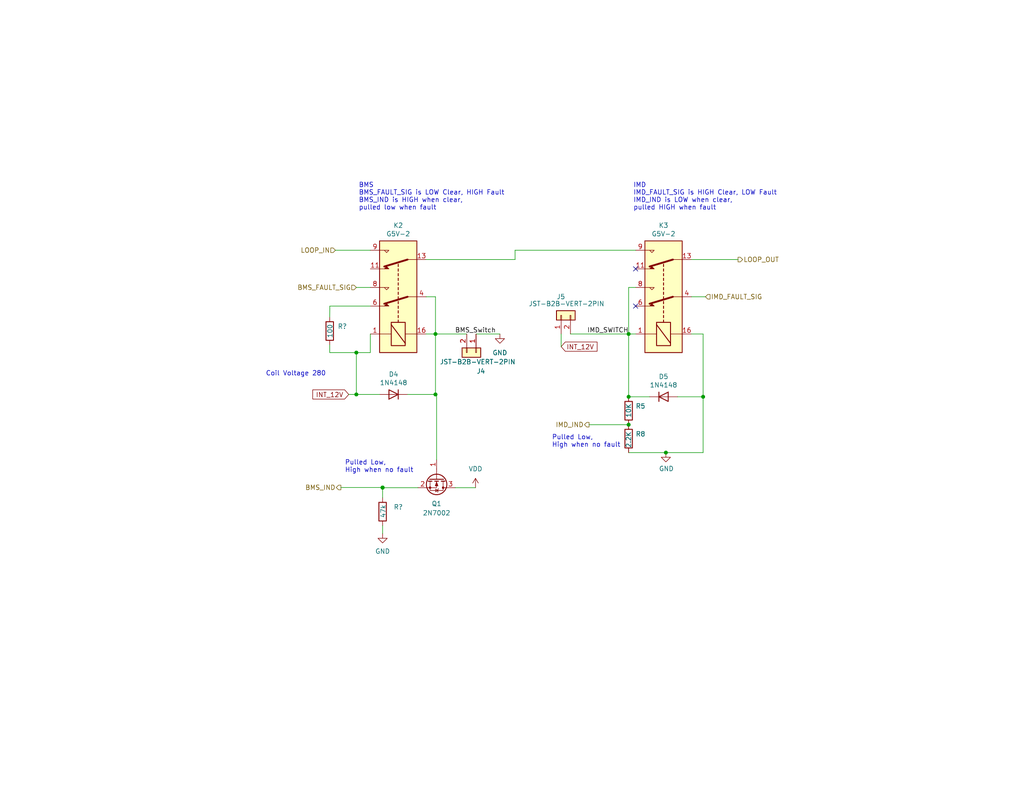
<source format=kicad_sch>
(kicad_sch (version 20211123) (generator eeschema)
  (paper "A")
  (lib_symbols
    (symbol "Connector_Generic:Conn_01x02" (pin_names (offset 1.016) hide)
      (property "Reference" "J" (at 0 2.54 0))
      (property "Value" "Conn_01x02" (at 0 -5.08 0))
      (symbol "Conn_01x02_1_1"
        (rectangle (start -1.27 -2.413) (end 0 -2.667) (stroke (width 0.1524)))
        (rectangle (start -1.27 0.127) (end 0 -0.127) (stroke (width 0.1524)))
        (rectangle (start -1.27 1.27) (end 1.27 -3.81) (stroke (width 0.254)) (fill (type background)))
        (pin passive line (at -5.08 0 0) (length 3.81) (name "Pin_1") (number "1"))
        (pin passive line (at -5.08 -2.54 0) (length 3.81) (name "Pin_2") (number "2"))
      )
    )
    (symbol "Device:R" (pin_numbers hide) (pin_names (offset 0))
      (property "Reference" "R" (at 2.032 0 90))
      (property "Value" "R" (at 0 0 90))
      (symbol "R_0_1"
        (rectangle (start -1.016 -2.54) (end 1.016 2.54) (stroke (width 0.254)))
      )
      (symbol "R_1_1"
        (pin passive line (at 0 3.81 270) (length 1.27) (name "~") (number "1"))
        (pin passive line (at 0 -3.81 90) (length 1.27) (name "~") (number "2"))
      )
    )
    (symbol "Diode:1N4148" (pin_numbers hide) (pin_names (offset 1.016) hide)
      (property "Reference" "D" (at 0 2.54 0))
      (property "Value" "1N4148" (at 0 -2.54 0))
      (symbol "1N4148_0_1"
        (polyline (pts (xy -1.27 1.27) (xy -1.27 -1.27)) (stroke (width 0.254)))
        (polyline (pts (xy 1.27 0) (xy -1.27 0)))
        (polyline (pts (xy 1.27 1.27) (xy 1.27 -1.27) (xy -1.27 0) (xy 1.27 1.27)) (stroke (width 0.254)))
      )
      (symbol "1N4148_1_1"
        (pin passive line (at -3.81 0 0) (length 2.54) (name "K") (number "1"))
        (pin passive line (at 3.81 0 180) (length 2.54) (name "A") (number "2"))
      )
    )
    (symbol "Relay:G5V-2"
      (property "Reference" "K" (at 16.51 3.81 0))
      (property "Value" "G5V-2" (at 16.51 1.27 0))
      (symbol "G5V-2_0_1"
        (rectangle (start -15.24 5.08) (end 15.24 -5.08) (stroke (width 0.254)) (fill (type background)))
        (rectangle (start -13.335 1.905) (end -6.985 -1.905) (stroke (width 0.254)))
        (polyline (pts (xy -12.7 -1.905) (xy -7.62 1.905)) (stroke (width 0.254)))
        (polyline (pts (xy -10.16 -5.08) (xy -10.16 -1.905)))
        (polyline (pts (xy -10.16 5.08) (xy -10.16 1.905)))
        (polyline (pts (xy -6.985 0) (xy -6.35 0)) (stroke (width 0.254)))
        (polyline (pts (xy -5.715 0) (xy -5.08 0)) (stroke (width 0.254)))
        (polyline (pts (xy -4.445 0) (xy -3.81 0)) (stroke (width 0.254)))
        (polyline (pts (xy -3.175 0) (xy -2.54 0)) (stroke (width 0.254)))
        (polyline (pts (xy -1.905 0) (xy -1.27 0)) (stroke (width 0.254)))
        (polyline (pts (xy -0.635 0) (xy 0 0)) (stroke (width 0.254)))
        (polyline (pts (xy 0 -2.54) (xy -1.905 3.81)) (stroke (width 0.508)))
        (polyline (pts (xy 0 -2.54) (xy 0 -5.08)))
        (polyline (pts (xy 0.635 0) (xy 1.27 0)) (stroke (width 0.254)))
        (polyline (pts (xy 1.905 0) (xy 2.54 0)) (stroke (width 0.254)))
        (polyline (pts (xy 3.175 0) (xy 3.81 0)) (stroke (width 0.254)))
        (polyline (pts (xy 4.445 0) (xy 5.08 0)) (stroke (width 0.254)))
        (polyline (pts (xy 5.715 0) (xy 6.35 0)) (stroke (width 0.254)))
        (polyline (pts (xy 6.985 0) (xy 7.62 0)) (stroke (width 0.254)))
        (polyline (pts (xy 8.255 0) (xy 8.89 0)) (stroke (width 0.254)))
        (polyline (pts (xy 10.16 -2.54) (xy 8.255 3.81)) (stroke (width 0.508)))
        (polyline (pts (xy 10.16 -2.54) (xy 10.16 -5.08)))
        (polyline (pts (xy -2.54 5.08) (xy -2.54 2.54) (xy -1.905 3.175) (xy -2.54 3.81)) (fill (type outline)))
        (polyline (pts (xy 2.54 5.08) (xy 2.54 2.54) (xy 1.905 3.175) (xy 2.54 3.81)))
        (polyline (pts (xy 7.62 5.08) (xy 7.62 2.54) (xy 8.255 3.175) (xy 7.62 3.81)) (fill (type outline)))
        (polyline (pts (xy 12.7 5.08) (xy 12.7 2.54) (xy 12.065 3.175) (xy 12.7 3.81)))
      )
      (symbol "G5V-2_1_1"
        (pin passive line (at -10.16 7.62 270) (length 2.54) (name "~") (number "1"))
        (pin passive line (at 7.62 7.62 270) (length 2.54) (name "~") (number "11"))
        (pin passive line (at 10.16 -7.62 90) (length 2.54) (name "~") (number "13"))
        (pin passive line (at -10.16 -7.62 90) (length 2.54) (name "~") (number "16"))
        (pin passive line (at 0 -7.62 90) (length 2.54) (name "~") (number "4"))
        (pin passive line (at -2.54 7.62 270) (length 2.54) (name "~") (number "6"))
        (pin passive line (at 2.54 7.62 270) (length 2.54) (name "~") (number "8"))
        (pin passive line (at 12.7 7.62 270) (length 2.54) (name "~") (number "9"))
      )
    )
    (symbol "Transistor_FET:2N7002" (pin_names hide)
      (property "Reference" "Q" (at 5.08 1.905 0))
      (property "Value" "2N7002" (at 5.08 0 0))
      (symbol "2N7002_0_1"
        (polyline (pts (xy 0.254 0) (xy -2.54 0)))
        (polyline (pts (xy 0.254 1.905) (xy 0.254 -1.905)) (stroke (width 0.254)))
        (polyline (pts (xy 0.762 -1.27) (xy 0.762 -2.286)) (stroke (width 0.254)))
        (polyline (pts (xy 0.762 0.508) (xy 0.762 -0.508)) (stroke (width 0.254)))
        (polyline (pts (xy 0.762 2.286) (xy 0.762 1.27)) (stroke (width 0.254)))
        (polyline (pts (xy 2.54 2.54) (xy 2.54 1.778)))
        (polyline (pts (xy 2.54 -2.54) (xy 2.54 0) (xy 0.762 0)))
        (polyline (pts (xy 0.762 -1.778) (xy 3.302 -1.778) (xy 3.302 1.778) (xy 0.762 1.778)))
        (polyline (pts (xy 1.016 0) (xy 2.032 0.381) (xy 2.032 -0.381) (xy 1.016 0)) (fill (type outline)))
        (polyline (pts (xy 2.794 0.508) (xy 2.921 0.381) (xy 3.683 0.381) (xy 3.81 0.254)))
        (polyline (pts (xy 3.302 0.381) (xy 2.921 -0.254) (xy 3.683 -0.254) (xy 3.302 0.381)))
        (circle (center 1.651 0) (radius 2.794) (stroke (width 0.254)))
        (circle (center 2.54 -1.778) (radius 0.254) (fill (type outline)))
        (circle (center 2.54 1.778) (radius 0.254) (fill (type outline)))
      )
      (symbol "2N7002_1_1"
        (pin input line (at -5.08 0 0) (length 2.54) (name "G") (number "1"))
        (pin passive line (at 2.54 -5.08 90) (length 2.54) (name "S") (number "2"))
        (pin passive line (at 2.54 5.08 270) (length 2.54) (name "D") (number "3"))
      )
    )
    (symbol "power:GND" (power) (pin_names (offset 0))
      (property "Value" "GND" (at 0 -3.81 0))
      (symbol "GND_0_1"
        (polyline (pts (xy 0 0) (xy 0 -1.27) (xy 1.27 -1.27) (xy 0 -2.54) (xy -1.27 -1.27) (xy 0 -1.27)))
      )
      (symbol "GND_1_1"
        (pin power_in line (at 0 0 270) (length 0) hide (name "GND") (number "1"))
      )
    )
    (symbol "power:VDD" (power) (pin_names (offset 0))
      (property "Value" "VDD" (at 0 3.81 0))
      (symbol "VDD_0_1"
        (polyline (pts (xy -0.762 1.27) (xy 0 2.54)))
        (polyline (pts (xy 0 0) (xy 0 2.54)))
        (polyline (pts (xy 0 2.54) (xy 0.762 1.27)))
      )
      (symbol "VDD_1_1"
        (pin power_in line (at 0 0 90) (length 0) hide (name "VDD") (number "1"))
      )
    )
  )
  (junction (at 171.5262 115.951))
  (junction (at 104.394 133.096))
  (junction (at 181.6862 123.571))
  (junction (at 118.8212 107.696))
  (junction (at 171.5262 91.186))
  (junction (at 118.8212 91.186))
  (junction (at 171.5262 108.331))
  (junction (at 97.2312 96.266))
  (junction (at 97.2312 107.696))
  (junction (at 191.8462 108.331))
  (junction (at 104.394 133.1468))
  (no_connect (at 173.4312 83.566))
  (no_connect (at 173.4312 73.406))
  (wire (pts (xy 129.8956 91.186) (xy 136.398 91.186)))
  (wire (pts (xy 97.2312 96.266) (xy 101.0412 96.266)))
  (wire (pts (xy 191.8462 108.331) (xy 191.8462 91.186)))
  (wire (pts (xy 116.2812 91.186) (xy 118.8212 91.186)))
  (wire (pts (xy 118.8212 107.696) (xy 119.126 107.696)))
  (wire (pts (xy 201.3712 70.866) (xy 188.6712 70.866)))
  (wire (pts (xy 116.2812 81.026) (xy 118.8212 81.026)))
  (wire (pts (xy 111.2012 107.696) (xy 118.8212 107.696)))
  (wire (pts (xy 171.5262 123.571) (xy 181.6862 123.571)))
  (wire (pts (xy 153.1112 94.6404) (xy 153.1112 91.186)))
  (wire (pts (xy 97.2312 78.486) (xy 101.0412 78.486)))
  (wire (pts (xy 89.9922 83.566) (xy 89.9668 86.5632)))
  (wire (pts (xy 191.8462 91.186) (xy 188.6712 91.186)))
  (wire (pts (xy 97.2312 96.266) (xy 97.2312 107.696)))
  (wire (pts (xy 140.5382 68.326) (xy 173.4312 68.326)))
  (wire (pts (xy 89.9668 94.1832) (xy 89.9668 96.266)))
  (wire (pts (xy 171.5262 78.486) (xy 171.5262 91.186)))
  (wire (pts (xy 171.5262 108.331) (xy 171.5262 91.186)))
  (wire (pts (xy 91.5162 68.326) (xy 101.0412 68.326)))
  (wire (pts (xy 89.9668 96.266) (xy 97.2312 96.266)))
  (wire (pts (xy 191.8462 108.331) (xy 191.8462 123.571)))
  (wire (pts (xy 155.6512 91.186) (xy 171.5262 91.186)))
  (wire (pts (xy 104.394 133.1468) (xy 104.394 135.89)))
  (wire (pts (xy 118.8212 81.026) (xy 118.8212 91.186)))
  (wire (pts (xy 171.5262 91.186) (xy 173.4312 91.186)))
  (wire (pts (xy 116.2812 70.866) (xy 140.5382 70.866)))
  (wire (pts (xy 104.394 133.096) (xy 104.394 133.1468)))
  (wire (pts (xy 160.7312 115.951) (xy 171.5262 115.951)))
  (wire (pts (xy 192.4812 81.026) (xy 188.6712 81.026)))
  (wire (pts (xy 119.126 125.5268) (xy 119.126 107.696)))
  (wire (pts (xy 95.1484 107.696) (xy 97.2312 107.696)))
  (wire (pts (xy 181.6862 123.571) (xy 191.8462 123.571)))
  (wire (pts (xy 118.8212 91.186) (xy 118.8212 107.696)))
  (wire (pts (xy 104.394 145.6944) (xy 104.394 143.51)))
  (wire (pts (xy 101.0412 91.186) (xy 101.0412 96.266)))
  (wire (pts (xy 177.2412 108.331) (xy 171.5262 108.331)))
  (wire (pts (xy 89.9922 83.566) (xy 101.0412 83.566)))
  (wire (pts (xy 114.046 133.1468) (xy 104.394 133.1468)))
  (wire (pts (xy 184.8612 108.331) (xy 191.8462 108.331)))
  (wire (pts (xy 129.7432 133.1468) (xy 124.206 133.1468)))
  (wire (pts (xy 140.5382 70.866) (xy 140.5382 68.326)))
  (wire (pts (xy 118.8212 91.186) (xy 127.3556 91.186)))
  (wire (pts (xy 93.0148 133.096) (xy 104.394 133.096)))
  (wire (pts (xy 173.4312 78.486) (xy 171.5262 78.486)))
  (wire (pts (xy 103.5812 107.696) (xy 97.2312 107.696)))
  (text "Coil Voltage 280" (at 72.4916 102.8192 0) (effects (font (size 1.27 1.27)) (justify left bottom)))
  (text "IMD\nIMD_FAULT_SIG is HIGH Clear, LOW Fault\nIMD_IND is LOW when clear, \npulled HIGH when fault" (at 172.7962 57.531 0) (effects (font (size 1.27 1.27)) (justify left bottom)))
  (text "Pulled Low, \nHigh when no fault" (at 94.0816 129.1844 0) (effects (font (size 1.27 1.27)) (justify left bottom)))
  (text "Pulled Low, \nHigh when no fault" (at 150.5712 122.301 0) (effects (font (size 1.27 1.27)) (justify left bottom)))
  (text "BMS\nBMS_FAULT_SIG is LOW Clear, HIGH Fault\nBMS_IND is HIGH when clear, \npulled low when fault" (at 97.8662 57.531 0) (effects (font (size 1.27 1.27)) (justify left bottom)))
  (label "BMS_Switch" (at 135.3312 91.186 180))
  (label "IMD_SWITCH" (at 171.5262 91.186 180))
  (global_label "INT_12V" (shape input) (at 153.1112 94.6404 0) (property "Intersheet References" "${INTERSHEET_REFS}" (effects hide)))
  (global_label "INT_12V" (shape input) (at 95.1484 107.696 180) (property "Intersheet References" "${INTERSHEET_REFS}" (effects hide)))
  (hierarchical_label "IMD_FAULT_SIG" (shape input) (at 192.4812 81.026 0))
  (hierarchical_label "LOOP_IN" (shape input) (at 91.5162 68.326 180))
  (hierarchical_label "BMS_FAULT_SIG" (shape input) (at 97.2312 78.486 180))
  (hierarchical_label "LOOP_OUT" (shape output) (at 201.3712 70.866 0))
  (hierarchical_label "IMD_IND" (shape output) (at 160.7312 115.951 180))
  (hierarchical_label "BMS_IND" (shape output) (at 93.0148 133.096 180))
  (symbol (lib_id "Relay:G5V-2") (at 108.6612 81.026 90) (unit 1)
    (property "Reference" "K2" (at 108.6612 61.5442 90))
    (property "Value" "G5V-2" (at 108.6612 63.8556 90))
    (property "Footprint" "Relay_THT:Relay_DPDT_Omron_G5V-2" (effects hide))
    (property "Datasheet" "http://omronfs.omron.com/en_US/ecb/products/pdf/en-g5v_2.pdf" (effects hide))
  )
  (symbol (lib_id "Relay:G5V-2") (at 181.0512 81.026 90) (unit 1)
    (property "Reference" "K3" (at 181.0512 61.5442 90))
    (property "Value" "G5V-2" (at 181.0512 63.8556 90))
    (property "Footprint" "Relay_THT:Relay_DPDT_Omron_G5V-2" (effects hide))
    (property "Datasheet" "http://omronfs.omron.com/en_US/ecb/products/pdf/en-g5v_2.pdf" (effects hide))
  )
  (symbol (lib_id "Connector_Generic:Conn_01x02") (at 153.1112 86.106 90) (unit 1)
    (property "Reference" "J5" (at 151.8412 81.026 90) (effects (justify right)))
    (property "Value" "JST-B2B-VERT-2PIN" (at 144.2212 82.931 90) (effects (justify right)))
    (property "Footprint" "Connector_JST:JST_XH_B2B-XH-AM_1x02_P2.50mm_Vertical" (effects hide))
  )
  (symbol (lib_id "Diode:1N4148") (at 181.0512 108.331 0) (unit 1)
    (property "Reference" "D5" (at 181.0512 102.8192 0))
    (property "Value" "1N4148" (at 181.0512 105.1306 0))
    (property "Footprint" "Diode_SMD:D_SOD-123" (effects hide))
    (property "Datasheet" "https://assets.nexperia.com/documents/data-sheet/1N4148_1N4448.pdf" (effects hide))
  )
  (symbol (lib_id "Diode:1N4148") (at 107.3912 107.696 180) (unit 1)
    (property "Reference" "D4" (at 107.3912 102.1842 0))
    (property "Value" "1N4148" (at 107.3912 104.4956 0))
    (property "Footprint" "Diode_SMD:D_SOD-123" (effects hide))
    (property "Datasheet" "https://assets.nexperia.com/documents/data-sheet/1N4148_1N4448.pdf" (effects hide))
  )
  (symbol (lib_id "power:GND") (at 181.6862 123.571 0) (unit 1)
    (property "Reference" "#PWR0119" (effects hide))
    (property "Value" "GND" (at 181.8132 127.9652 0))
  )
  (symbol (lib_id "Connector_Generic:Conn_01x02") (at 129.8956 96.266 270) (unit 1)
    (property "Reference" "J4" (at 132.4356 101.346 90) (effects (justify right)))
    (property "Value" "JST-B2B-VERT-2PIN" (at 140.6906 98.806 90) (effects (justify right)))
    (property "Footprint" "Connector_JST:JST_XH_B2B-XH-AM_1x02_P2.50mm_Vertical" (effects hide))
  )
  (symbol (lib_id "Device:R") (at 171.5262 119.761 0) (unit 1)
    (property "Reference" "R8" (at 173.4312 118.4909 0) (effects (justify left)))
    (property "Value" "2.2K" (at 171.5262 122.301 90) (effects (justify left)))
    (property "Footprint" "Resistor_SMD:R_0603_1608Metric_Pad0.98x0.95mm_HandSolder" (effects hide))
  )
  (symbol (lib_id "Device:R") (at 104.394 139.7 0) (unit 1)
    (property "Reference" "R?" (at 107.3912 138.4299 0) (effects (justify left)))
    (property "Value" "47k" (at 104.5464 141.4272 90) (effects (justify left)))
  )
  (symbol (lib_id "power:VDD") (at 129.7432 133.1468 0) (unit 1)
    (property "Reference" "#PWR?" (effects hide))
    (property "Value" "VDD" (at 129.7432 128.016 0))
  )
  (symbol (lib_id "Device:R") (at 171.5262 112.141 0) (unit 1)
    (property "Reference" "R5" (at 173.4312 110.8709 0) (effects (justify left)))
    (property "Value" "10K" (at 171.5262 114.046 90) (effects (justify left)))
    (property "Footprint" "Resistor_SMD:R_0603_1608Metric_Pad0.98x0.95mm_HandSolder" (effects hide))
  )
  (symbol (lib_id "power:GND") (at 104.394 145.6944 0) (unit 1)
    (property "Reference" "#PWR?" (effects hide))
    (property "Value" "GND" (at 104.394 150.5204 0))
  )
  (symbol (lib_id "Transistor_FET:2N7002") (at 119.126 130.6068 270) (unit 1)
    (property "Reference" "Q1" (at 119.126 137.5156 90))
    (property "Value" "2N7002" (at 119.126 140.0556 90))
    (property "Footprint" "Package_TO_SOT_SMD:SOT-23" (effects hide))
    (property "Datasheet" "https://www.onsemi.com/pub/Collateral/NDS7002A-D.PDF" (effects hide))
  )
  (symbol (lib_id "Device:R") (at 89.9668 90.3732 0) (unit 1)
    (property "Reference" "R?" (at 92.1258 89.1031 0) (effects (justify left)))
    (property "Value" "100" (at 90.043 92.3036 90) (effects (justify left)))
  )
  (symbol (lib_id "power:GND") (at 136.398 91.186 0) (unit 1)
    (property "Reference" "#PWR?" (effects hide))
    (property "Value" "GND" (at 136.398 96.3168 0))
  )
)
</source>
